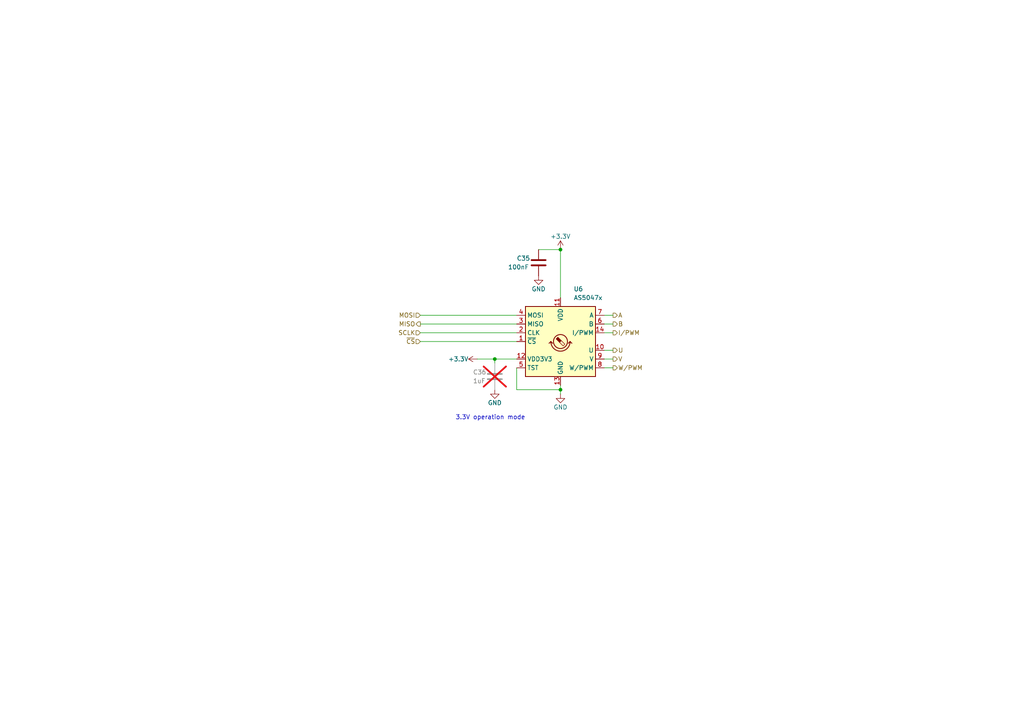
<source format=kicad_sch>
(kicad_sch (version 20230121) (generator eeschema)
  (paper "A4")
  (lib_symbols
    (symbol "Device:C" (pin_numbers hide) (pin_names (offset 0.254))
      (property "Reference" "C" (at 0.635 2.54 0))
      (property "Value" "C" (at 0.635 -2.54 0))
      (symbol "C_0_1"
        (polyline (pts (xy -2.032 -0.762) (xy 2.032 -0.762)) (stroke (width 0.508)))
        (polyline (pts (xy -2.032 0.762) (xy 2.032 0.762)) (stroke (width 0.508)))
      )
      (symbol "C_1_1"
        (pin passive line (at 0 3.81 270) (length 2.794) (name "~") (number "1"))
        (pin passive line (at 0 -3.81 90) (length 2.794) (name "~") (number "2"))
      )
    )
    (symbol "Sensor_Magnetic:AS5047D"
      (property "Reference" "U" (at -8.89 11.43 0))
      (property "Value" "AS5047D" (at 5.08 11.43 0))
      (symbol "AS5047D_1_1"
        (rectangle (start -10.16 10.16) (end 10.16 -10.16) (stroke (width 0.254)) (fill (type background)))
        (arc (start -2.794 0) (mid 0 -2.7819) (end 2.794 0) (stroke (width 0.254)))
        (polyline (pts (xy -2.794 0) (xy -3.302 -0.508)) (stroke (width 0.254)))
        (polyline (pts (xy -2.794 0) (xy -2.286 -0.508)) (stroke (width 0.254)))
        (polyline (pts (xy 2.794 0) (xy 2.286 -0.508)) (stroke (width 0.254)))
        (polyline (pts (xy 2.794 0) (xy 3.302 -0.508)) (stroke (width 0.254)))
        (polyline (pts (xy 0.254 0.254) (xy 1.27 -0.762) (xy 0.762 -1.27) (xy -0.254 -0.254)))
        (polyline (pts (xy -0.762 1.27) (xy 0.254 0.254) (xy -0.254 -0.254) (xy -1.27 0.762) (xy -1.016 1.016) (xy -0.762 1.27) (xy -0.635 1.143)) (fill (type outline)))
        (circle (center 0 0) (radius 2.032) (stroke (width 0.254)))
        (pin input line (at -12.7 0 0) (length 2.54) (name "~{CS}") (number "1"))
        (pin output line (at 12.7 -2.54 180) (length 2.54) (name "U") (number "10"))
        (pin power_in line (at 0 12.7 270) (length 2.54) (name "VDD") (number "11"))
        (pin power_out line (at -12.7 -5.08 0) (length 2.54) (name "VDD3V3") (number "12"))
        (pin power_in line (at 0 -12.7 90) (length 2.54) (name "GND") (number "13"))
        (pin output line (at 12.7 2.54 180) (length 2.54) (name "I/PWM") (number "14"))
        (pin input line (at -12.7 2.54 0) (length 2.54) (name "CLK") (number "2"))
        (pin output line (at -12.7 5.08 0) (length 2.54) (name "MISO") (number "3"))
        (pin input line (at -12.7 7.62 0) (length 2.54) (name "MOSI") (number "4"))
        (pin input line (at -12.7 -7.62 0) (length 2.54) (name "TST") (number "5"))
        (pin output line (at 12.7 5.08 180) (length 2.54) (name "B") (number "6"))
        (pin output line (at 12.7 7.62 180) (length 2.54) (name "A") (number "7"))
        (pin output line (at 12.7 -7.62 180) (length 2.54) (name "W/PWM") (number "8"))
        (pin output line (at 12.7 -5.08 180) (length 2.54) (name "V") (number "9"))
      )
    )
    (symbol "power:+3.3V" (power) (pin_names (offset 0))
      (property "Value" "+3.3V" (at 0 3.556 0))
      (symbol "+3.3V_0_1"
        (polyline (pts (xy -0.762 1.27) (xy 0 2.54)))
        (polyline (pts (xy 0 0) (xy 0 2.54)))
        (polyline (pts (xy 0 2.54) (xy 0.762 1.27)))
      )
      (symbol "+3.3V_1_1"
        (pin power_in line (at 0 0 90) (length 0) hide (name "+3.3V") (number "1"))
      )
    )
    (symbol "power:GND" (power) (pin_names (offset 0))
      (property "Value" "GND" (at 0 -3.81 0))
      (symbol "GND_0_1"
        (polyline (pts (xy 0 0) (xy 0 -1.27) (xy 1.27 -1.27) (xy 0 -2.54) (xy -1.27 -1.27) (xy 0 -1.27)))
      )
      (symbol "GND_1_1"
        (pin power_in line (at 0 0 270) (length 0) hide (name "GND") (number "1"))
      )
    )
  )
  (junction (at 162.56 113.03))
  (junction (at 143.51 104.14))
  (junction (at 162.56 72.39))
  (wire (pts (xy 121.92 93.98) (xy 149.86 93.98)))
  (wire (pts (xy 177.8 96.52) (xy 175.26 96.52)))
  (wire (pts (xy 143.51 105.41) (xy 143.51 104.14)))
  (wire (pts (xy 162.56 113.03) (xy 162.56 111.76)))
  (wire (pts (xy 177.8 93.98) (xy 175.26 93.98)))
  (wire (pts (xy 143.51 104.14) (xy 149.86 104.14)))
  (wire (pts (xy 177.8 106.68) (xy 175.26 106.68)))
  (wire (pts (xy 177.8 91.44) (xy 175.26 91.44)))
  (wire (pts (xy 149.86 106.68) (xy 149.86 113.03)))
  (wire (pts (xy 177.8 104.14) (xy 175.26 104.14)))
  (wire (pts (xy 149.86 113.03) (xy 162.56 113.03)))
  (wire (pts (xy 162.56 114.3) (xy 162.56 113.03)))
  (wire (pts (xy 162.56 72.39) (xy 162.56 86.36)))
  (wire (pts (xy 121.92 91.44) (xy 149.86 91.44)))
  (wire (pts (xy 177.8 101.6) (xy 175.26 101.6)))
  (wire (pts (xy 156.21 72.39) (xy 162.56 72.39)))
  (wire (pts (xy 121.92 96.52) (xy 149.86 96.52)))
  (wire (pts (xy 121.92 99.06) (xy 149.86 99.06)))
  (wire (pts (xy 138.43 104.14) (xy 143.51 104.14)))
  (text "3.3V operation mode" (at 132.08 121.92 0) (effects (font (size 1.27 1.27)) (justify left bottom)))
  (hierarchical_label "MISO" (shape output) (at 121.92 93.98 180))
  (hierarchical_label "W{slash}PWM" (shape output) (at 177.8 106.68 0))
  (hierarchical_label "B" (shape output) (at 177.8 93.98 0))
  (hierarchical_label "I{slash}PWM" (shape output) (at 177.8 96.52 0))
  (hierarchical_label "SCLK" (shape input) (at 121.92 96.52 180))
  (hierarchical_label "V" (shape output) (at 177.8 104.14 0))
  (hierarchical_label "~{CS}" (shape input) (at 121.92 99.06 180))
  (hierarchical_label "U" (shape output) (at 177.8 101.6 0))
  (hierarchical_label "MOSI" (shape input) (at 121.92 91.44 180))
  (hierarchical_label "A" (shape output) (at 177.8 91.44 0))
  (symbol (lib_id "Device:C") (at 156.21 76.2 0) (unit 1)
    (property "Reference" "C35" (at 149.86 74.93 0) (effects (justify left)))
    (property "Value" "100nF" (at 147.32 77.47 0) (effects (justify left)))
    (property "Footprint" "Capacitor_SMD:C_0603_1608Metric_Pad1.08x0.95mm_HandSolder" (effects hide))
    (property "JLCPCB Part #" "C1525" (effects hide))
    (property "MFR.Part #" "CL05B104KO5NNNC" (effects hide))
  )
  (symbol (lib_id "power:GND") (at 143.51 113.03 0) (unit 1)
    (property "Reference" "#PWR056" (effects hide))
    (property "Value" "GND" (at 143.51 116.84 0))
  )
  (symbol (lib_id "power:GND") (at 162.56 114.3 0) (unit 1)
    (property "Reference" "#PWR057" (effects hide))
    (property "Value" "GND" (at 162.56 118.11 0))
  )
  (symbol (lib_id "Device:C") (at 143.51 109.22 0) (unit 1) (dnp yes)
    (property "Reference" "C36" (at 137.16 107.95 0) (effects (justify left)))
    (property "Value" "1uF" (at 137.16 110.49 0) (effects (justify left)))
    (property "Footprint" "Capacitor_SMD:C_0603_1608Metric_Pad1.08x0.95mm_HandSolder" (effects hide))
    (property "JLCPCB Part #" "C52923" (effects hide))
    (property "MFR.Part #" "CL05A105KA5NQNC" (effects hide))
  )
  (symbol (lib_id "power:+3.3V") (at 138.43 104.14 90) (unit 1)
    (property "Reference" "#PWR055" (effects hide))
    (property "Value" "+3.3V" (at 135.89 104.14 90) (effects (justify left)))
  )
  (symbol (lib_id "Sensor_Magnetic:AS5047D") (at 162.56 99.06 0) (unit 1)
    (property "Reference" "U6" (at 166.37 83.82 0) (effects (justify left)))
    (property "Value" "AS5047x" (at 166.37 86.36 0) (effects (justify left)))
    (property "Footprint" "Package_SO:TSSOP-14_4.4x5mm_P0.65mm" (effects hide))
    (property "Datasheet" "https://ams.com/documents/20143/36005/AS5047D_DS000394_2-00.pdf" (effects hide))
    (property "JLCPCB Part #" "C962063" (effects hide))
    (property "MFR.Part #" "AS5047P-ATSM" (effects hide))
  )
  (symbol (lib_id "power:+3.3V") (at 162.56 72.39 0) (unit 1)
    (property "Reference" "#PWR053" (effects hide))
    (property "Value" "+3.3V" (at 162.56 68.58 0))
  )
  (symbol (lib_id "power:GND") (at 156.21 80.01 0) (unit 1)
    (property "Reference" "#PWR054" (effects hide))
    (property "Value" "GND" (at 156.21 83.82 0))
  )
)
</source>
